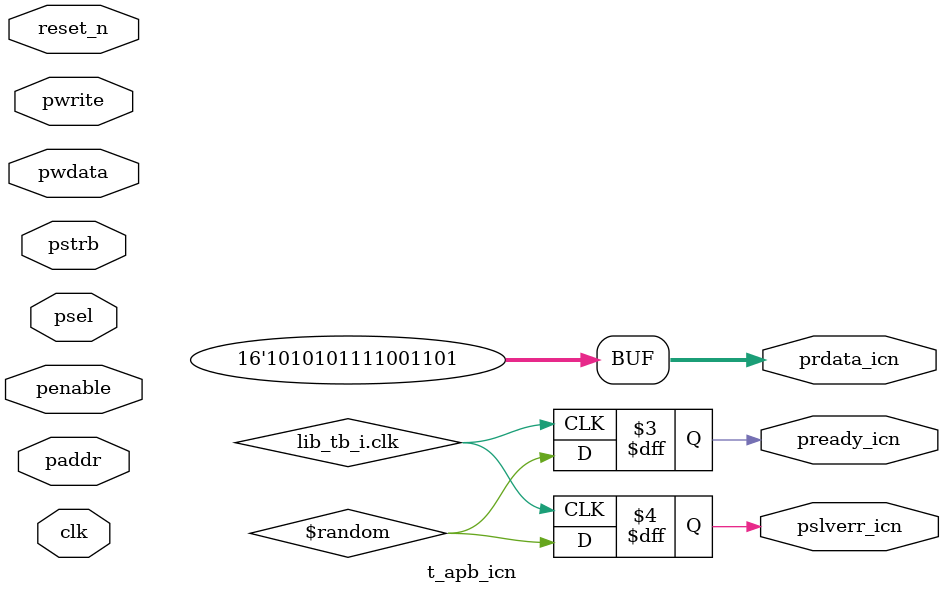
<source format=v>
`include "lib_tb.v"
module t_apb_icn ( input clk,
                  input reset_n,
                  input penable,
                  input [1:0] psel,
                  input [19:0] paddr,
                  input [15:0] pwdata,
                  input pwrite,
                  input [1:0] pstrb,
                 
                  output reg [15:0] prdata_icn,
                  output reg pready_icn,
                  output reg pslverr_icn
);
lib_tb lib_tb_i();
  initial begin
    prdata_icn = 16'hABCD;
    pready_icn = 0;
    pslverr_icn = 0;
  end

   always @(posedge lib_tb_i.clk)
  begin
    pready_icn = $random;
    pslverr_icn = $random;
  end 

endmodule

</source>
